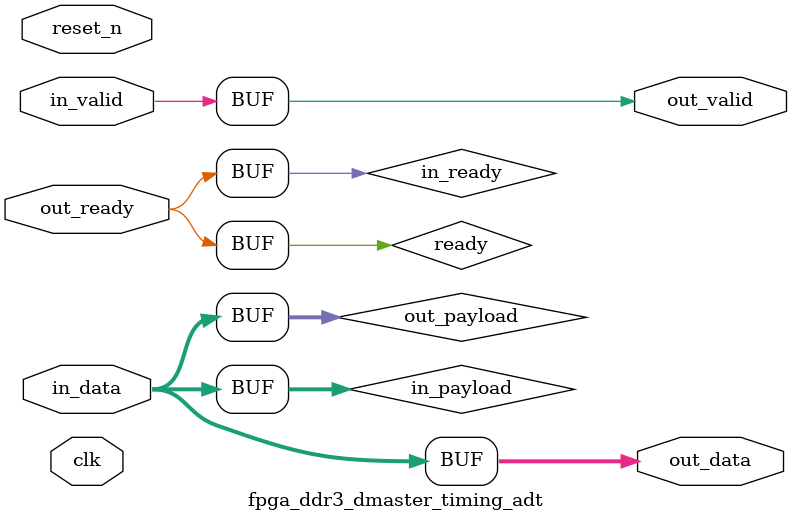
<source format=v>

`timescale 1ns / 100ps
module fpga_ddr3_dmaster_timing_adt (
    
      // Interface: clk
      input              clk,
      // Interface: reset
      input              reset_n,
      // Interface: in
      input              in_valid,
      input      [ 7: 0] in_data,
      // Interface: out
      output reg         out_valid,
      output reg [ 7: 0] out_data,
      input              out_ready
);




   // ---------------------------------------------------------------------
   //| Signal Declarations
   // ---------------------------------------------------------------------

   reg  [ 7: 0] in_payload;
   reg  [ 7: 0] out_payload;
   reg  [ 0: 0] ready;
   reg          in_ready;
   // synthesis translate_off
   always @(negedge in_ready) begin
      $display("%m: The downstream component is backpressuring by deasserting ready, but the upstream component can't be backpressured.");
   end
   // synthesis translate_on   


   // ---------------------------------------------------------------------
   //| Payload Mapping
   // ---------------------------------------------------------------------
   always @* begin
     in_payload = {in_data};
     {out_data} = out_payload;
   end

   // ---------------------------------------------------------------------
   //| Ready & valid signals.
   // ---------------------------------------------------------------------
   always @* begin
     ready[0] = out_ready;
     out_valid = in_valid;
     out_payload = in_payload;
     in_ready = ready[0];
   end




endmodule


</source>
